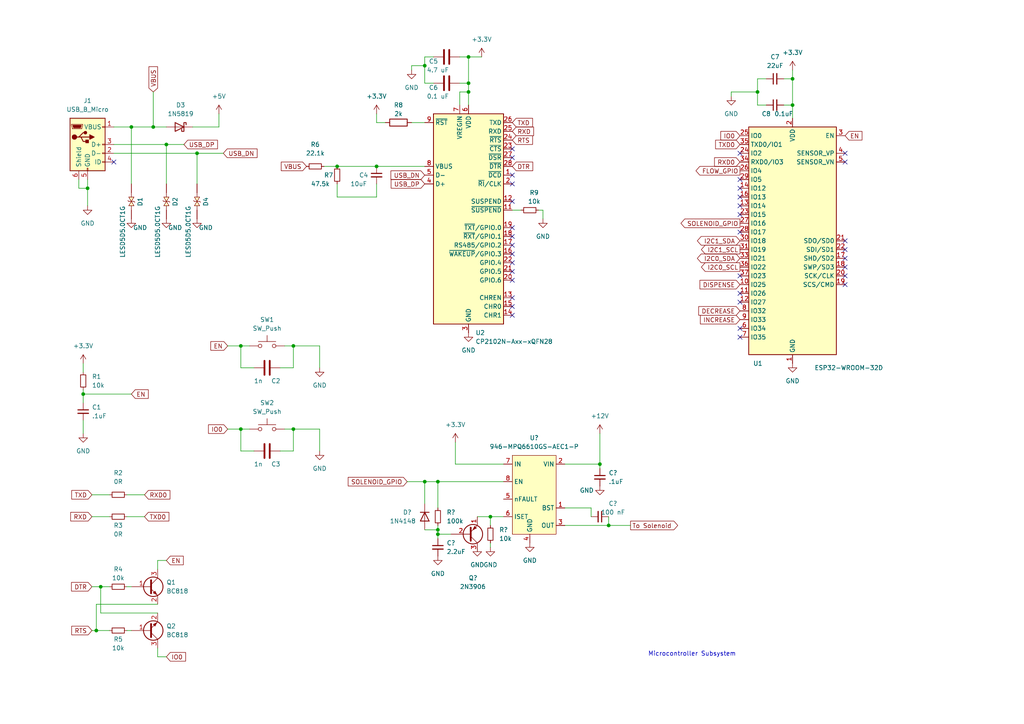
<source format=kicad_sch>
(kicad_sch (version 20211123) (generator eeschema)
  (paper "A4")
  (lib_symbols
    (symbol "Connector:USB_B_Micro" (pin_names (offset 1.016))
      (property "Reference" "J" (at -5.08 11.43 0))
      (property "Value" "USB_B_Micro" (at -5.08 8.89 0))
      (symbol "USB_B_Micro_0_1"
        (rectangle (start -5.08 -7.62) (end 5.08 7.62) (stroke (width 0.254)) (fill (type background)))
        (circle (center -3.81 2.159) (radius 0.635) (stroke (width 0.254)) (fill (type outline)))
        (circle (center -0.635 3.429) (radius 0.381) (stroke (width 0.254)) (fill (type outline)))
        (rectangle (start -0.127 -7.62) (end 0.127 -6.858))
        (polyline (pts (xy -1.905 2.159) (xy 0.635 2.159)) (stroke (width 0.254)))
        (polyline (pts (xy -3.175 2.159) (xy -2.54 2.159) (xy -1.27 3.429) (xy -0.635 3.429)) (stroke (width 0.254)))
        (polyline (pts (xy -2.54 2.159) (xy -1.905 2.159) (xy -1.27 0.889) (xy 0 0.889)) (stroke (width 0.254)))
        (polyline (pts (xy 0.635 2.794) (xy 0.635 1.524) (xy 1.905 2.159) (xy 0.635 2.794)) (stroke (width 0.254)) (fill (type outline)))
        (polyline (pts (xy -4.318 5.588) (xy -1.778 5.588) (xy -2.032 4.826) (xy -4.064 4.826) (xy -4.318 5.588)) (fill (type outline)))
        (polyline (pts (xy -4.699 5.842) (xy -4.699 5.588) (xy -4.445 4.826) (xy -4.445 4.572) (xy -1.651 4.572) (xy -1.651 4.826) (xy -1.397 5.588) (xy -1.397 5.842) (xy -4.699 5.842)))
        (rectangle (start 0.254 1.27) (end -0.508 0.508) (stroke (width 0.254)) (fill (type outline)))
        (rectangle (start 5.08 -5.207) (end 4.318 -4.953))
        (rectangle (start 5.08 -2.667) (end 4.318 -2.413))
        (rectangle (start 5.08 -0.127) (end 4.318 0.127))
        (rectangle (start 5.08 4.953) (end 4.318 5.207))
      )
      (symbol "USB_B_Micro_1_1"
        (pin power_out line (at 7.62 5.08 180) (length 2.54) (name "VBUS") (number "1"))
        (pin bidirectional line (at 7.62 -2.54 180) (length 2.54) (name "D-") (number "2"))
        (pin bidirectional line (at 7.62 0 180) (length 2.54) (name "D+") (number "3"))
        (pin passive line (at 7.62 -5.08 180) (length 2.54) (name "ID") (number "4"))
        (pin power_out line (at 0 -10.16 90) (length 2.54) (name "GND") (number "5"))
        (pin passive line (at -2.54 -10.16 90) (length 2.54) (name "Shield") (number "6"))
      )
    )
    (symbol "Device:C" (pin_numbers hide) (pin_names (offset 0.254))
      (property "Reference" "C" (at 0.635 2.54 0))
      (property "Value" "C" (at 0.635 -2.54 0))
      (symbol "C_0_1"
        (polyline (pts (xy -2.032 -0.762) (xy 2.032 -0.762)) (stroke (width 0.508)))
        (polyline (pts (xy -2.032 0.762) (xy 2.032 0.762)) (stroke (width 0.508)))
      )
      (symbol "C_1_1"
        (pin passive line (at 0 3.81 270) (length 2.794) (name "~") (number "1"))
        (pin passive line (at 0 -3.81 90) (length 2.794) (name "~") (number "2"))
      )
    )
    (symbol "Device:C_Small" (pin_numbers hide) (pin_names (offset 0.254) hide)
      (property "Reference" "C" (at 0.254 1.778 0))
      (property "Value" "C_Small" (at 0.254 -2.032 0))
      (symbol "C_Small_0_1"
        (polyline (pts (xy -1.524 -0.508) (xy 1.524 -0.508)) (stroke (width 0.3302)))
        (polyline (pts (xy -1.524 0.508) (xy 1.524 0.508)) (stroke (width 0.3048)))
      )
      (symbol "C_Small_1_1"
        (pin passive line (at 0 2.54 270) (length 2.032) (name "~") (number "1"))
        (pin passive line (at 0 -2.54 90) (length 2.032) (name "~") (number "2"))
      )
    )
    (symbol "Device:R" (pin_numbers hide) (pin_names (offset 0))
      (property "Reference" "R" (at 2.032 0 90))
      (property "Value" "R" (at 0 0 90))
      (symbol "R_0_1"
        (rectangle (start -1.016 -2.54) (end 1.016 2.54) (stroke (width 0.254)))
      )
      (symbol "R_1_1"
        (pin passive line (at 0 3.81 270) (length 1.27) (name "~") (number "1"))
        (pin passive line (at 0 -3.81 90) (length 1.27) (name "~") (number "2"))
      )
    )
    (symbol "Device:R_Small" (pin_numbers hide) (pin_names (offset 0.254) hide)
      (property "Reference" "R" (at 0.762 0.508 0))
      (property "Value" "R_Small" (at 0.762 -1.016 0))
      (symbol "R_Small_0_1"
        (rectangle (start -0.762 1.778) (end 0.762 -1.778) (stroke (width 0.2032)))
      )
      (symbol "R_Small_1_1"
        (pin passive line (at 0 2.54 270) (length 0.762) (name "~") (number "1"))
        (pin passive line (at 0 -2.54 90) (length 0.762) (name "~") (number "2"))
      )
    )
    (symbol "Diode:1N4148" (pin_numbers hide) (pin_names (offset 1.016) hide)
      (property "Reference" "D" (at 0 2.54 0))
      (property "Value" "1N4148" (at 0 -2.54 0))
      (symbol "1N4148_0_1"
        (polyline (pts (xy -1.27 1.27) (xy -1.27 -1.27)) (stroke (width 0.254)))
        (polyline (pts (xy 1.27 0) (xy -1.27 0)))
        (polyline (pts (xy 1.27 1.27) (xy 1.27 -1.27) (xy -1.27 0) (xy 1.27 1.27)) (stroke (width 0.254)))
      )
      (symbol "1N4148_1_1"
        (pin passive line (at -3.81 0 0) (length 2.54) (name "K") (number "1"))
        (pin passive line (at 3.81 0 180) (length 2.54) (name "A") (number "2"))
      )
    )
    (symbol "Diode:1N5819" (pin_numbers hide) (pin_names (offset 1.016) hide)
      (property "Reference" "D" (at 0 2.54 0))
      (property "Value" "1N5819" (at 0 -2.54 0))
      (symbol "1N5819_0_1"
        (polyline (pts (xy 1.27 0) (xy -1.27 0)))
        (polyline (pts (xy 1.27 1.27) (xy 1.27 -1.27) (xy -1.27 0) (xy 1.27 1.27)) (stroke (width 0.254)))
        (polyline (pts (xy -1.905 0.635) (xy -1.905 1.27) (xy -1.27 1.27) (xy -1.27 -1.27) (xy -0.635 -1.27) (xy -0.635 -0.635)) (stroke (width 0.254)))
      )
      (symbol "1N5819_1_1"
        (pin passive line (at -3.81 0 0) (length 2.54) (name "K") (number "1"))
        (pin passive line (at 3.81 0 180) (length 2.54) (name "A") (number "2"))
      )
    )
    (symbol "Interface_USB:CP2102N-Axx-xQFN28"
      (property "Reference" "U" (at -8.89 31.75 0))
      (property "Value" "CP2102N-Axx-xQFN28" (at 12.7 31.75 0))
      (symbol "CP2102N-Axx-xQFN28_0_1"
        (rectangle (start -10.16 30.48) (end 10.16 -30.48) (stroke (width 0.254)) (fill (type background)))
      )
      (symbol "CP2102N-Axx-xQFN28_1_1"
        (pin input line (at 12.7 12.7 180) (length 2.54) (name "~{DCD}") (number "1"))
        (pin no_connect line (at -10.16 -27.94 0) (length 2.54) hide (name "NC") (number "10"))
        (pin output line (at 12.7 2.54 180) (length 2.54) (name "~{SUSPEND}") (number "11"))
        (pin output line (at 12.7 5.08 180) (length 2.54) (name "SUSPEND") (number "12"))
        (pin output line (at 12.7 -22.86 180) (length 2.54) (name "CHREN") (number "13"))
        (pin output line (at 12.7 -27.94 180) (length 2.54) (name "CHR1") (number "14"))
        (pin output line (at 12.7 -25.4 180) (length 2.54) (name "CHR0") (number "15"))
        (pin bidirectional line (at 12.7 -10.16 180) (length 2.54) (name "~{WAKEUP}/GPIO.3") (number "16"))
        (pin bidirectional line (at 12.7 -7.62 180) (length 2.54) (name "RS485/GPIO.2") (number "17"))
        (pin bidirectional line (at 12.7 -5.08 180) (length 2.54) (name "~{RXT}/GPIO.1") (number "18"))
        (pin bidirectional line (at 12.7 -2.54 180) (length 2.54) (name "~{TXT}/GPIO.0") (number "19"))
        (pin bidirectional line (at 12.7 10.16 180) (length 2.54) (name "~{RI}/CLK") (number "2"))
        (pin bidirectional line (at 12.7 -17.78 180) (length 2.54) (name "GPIO.6") (number "20"))
        (pin bidirectional line (at 12.7 -15.24 180) (length 2.54) (name "GPIO.5") (number "21"))
        (pin bidirectional line (at 12.7 -12.7 180) (length 2.54) (name "GPIO.4") (number "22"))
        (pin input line (at 12.7 20.32 180) (length 2.54) (name "~{CTS}") (number "23"))
        (pin output line (at 12.7 22.86 180) (length 2.54) (name "~{RTS}") (number "24"))
        (pin input line (at 12.7 25.4 180) (length 2.54) (name "RXD") (number "25"))
        (pin output line (at 12.7 27.94 180) (length 2.54) (name "TXD") (number "26"))
        (pin input line (at 12.7 17.78 180) (length 2.54) (name "~{DSR}") (number "27"))
        (pin output line (at 12.7 15.24 180) (length 2.54) (name "~{DTR}") (number "28"))
        (pin passive line (at 0 -33.02 90) (length 2.54) hide (name "GND") (number "29"))
        (pin power_in line (at 0 -33.02 90) (length 2.54) (name "GND") (number "3"))
        (pin bidirectional line (at -12.7 10.16 0) (length 2.54) (name "D+") (number "4"))
        (pin bidirectional line (at -12.7 12.7 0) (length 2.54) (name "D-") (number "5"))
        (pin power_in line (at 0 33.02 270) (length 2.54) (name "VDD") (number "6"))
        (pin power_in line (at -2.54 33.02 270) (length 2.54) (name "VREGIN") (number "7"))
        (pin input line (at -12.7 15.24 0) (length 2.54) (name "VBUS") (number "8"))
        (pin input line (at -12.7 27.94 0) (length 2.54) (name "~{RST}") (number "9"))
      )
    )
    (symbol "LESD5D5.0CT1G:LESD5D5.0CT1G" (pin_numbers hide) (pin_names (offset 1.016) hide)
      (property "Reference" "D" (at -5.08 2.54 0))
      (property "Value" "LESD5D5.0CT1G" (at -5.08 -5.08 0))
      (symbol "LESD5D5.0CT1G_0_0"
        (polyline (pts (xy -1.27 0) (xy -2.54 0)) (stroke (width 0.1524)))
        (polyline (pts (xy 0 -0.762) (xy -0.254 -1.016)) (stroke (width 0.1524)))
        (polyline (pts (xy 0 -0.762) (xy 0 0.762)) (stroke (width 0.1524)))
        (polyline (pts (xy 0 0.762) (xy 0.254 1.016)) (stroke (width 0.1524)))
        (polyline (pts (xy 1.27 0) (xy 2.54 0)) (stroke (width 0.1524)))
        (polyline (pts (xy 0 0) (xy -1.27 -0.762) (xy -1.27 0.762) (xy 0 0)) (stroke (width 0.1524)) (fill (type background)))
        (polyline (pts (xy 0 0) (xy 1.27 0.762) (xy 1.27 -0.762) (xy 0 0)) (stroke (width 0.1524)) (fill (type background)))
        (pin passive line (at -5.08 0 0) (length 2.54) (name "~") (number "1"))
        (pin passive line (at 5.08 0 180) (length 2.54) (name "~") (number "2"))
      )
    )
    (symbol "Motor:946-MPQ6610GS-AEC1-P"
      (property "Reference" "U" (at -2.54 17.78 0))
      (property "Value" "946-MPQ6610GS-AEC1-P" (at 0 15.24 0))
      (symbol "946-MPQ6610GS-AEC1-P_0_1"
        (rectangle (start -7.62 12.7) (end 5.08 -10.16) (fill (type background)))
      )
      (symbol "946-MPQ6610GS-AEC1-P_1_1"
        (pin output line (at 7.62 -2.54 180) (length 2.54) (name "BST") (number "1"))
        (pin output line (at 7.62 10.16 180) (length 2.54) (name "VIN") (number "2"))
        (pin output line (at 7.62 -7.62 180) (length 2.54) (name "OUT") (number "3"))
        (pin input line (at -2.54 -12.7 90) (length 2.54) (name "GND") (number "4"))
        (pin open_collector line (at -10.16 0 0) (length 2.54) (name "nFAULT") (number "5"))
        (pin output line (at -10.16 -5.08 0) (length 2.54) (name "ISET") (number "6"))
        (pin input line (at -10.16 10.16 0) (length 2.54) (name "IN") (number "7"))
        (pin input line (at -10.16 5.08 0) (length 2.54) (name "EN") (number "8"))
      )
    )
    (symbol "RF_Module:ESP32-WROOM-32D"
      (property "Reference" "U" (at -12.7 34.29 0))
      (property "Value" "ESP32-WROOM-32D" (at 1.27 34.29 0))
      (symbol "ESP32-WROOM-32D_0_1"
        (rectangle (start -12.7 33.02) (end 12.7 -33.02) (stroke (width 0.254)) (fill (type background)))
      )
      (symbol "ESP32-WROOM-32D_1_1"
        (pin power_in line (at 0 -35.56 90) (length 2.54) (name "GND") (number "1"))
        (pin bidirectional line (at 15.24 -12.7 180) (length 2.54) (name "IO25") (number "10"))
        (pin bidirectional line (at 15.24 -15.24 180) (length 2.54) (name "IO26") (number "11"))
        (pin bidirectional line (at 15.24 -17.78 180) (length 2.54) (name "IO27") (number "12"))
        (pin bidirectional line (at 15.24 10.16 180) (length 2.54) (name "IO14") (number "13"))
        (pin bidirectional line (at 15.24 15.24 180) (length 2.54) (name "IO12") (number "14"))
        (pin passive line (at 0 -35.56 90) (length 2.54) hide (name "GND") (number "15"))
        (pin bidirectional line (at 15.24 12.7 180) (length 2.54) (name "IO13") (number "16"))
        (pin bidirectional line (at -15.24 -5.08 0) (length 2.54) (name "SHD/SD2") (number "17"))
        (pin bidirectional line (at -15.24 -7.62 0) (length 2.54) (name "SWP/SD3") (number "18"))
        (pin bidirectional line (at -15.24 -12.7 0) (length 2.54) (name "SCS/CMD") (number "19"))
        (pin power_in line (at 0 35.56 270) (length 2.54) (name "VDD") (number "2"))
        (pin bidirectional line (at -15.24 -10.16 0) (length 2.54) (name "SCK/CLK") (number "20"))
        (pin bidirectional line (at -15.24 0 0) (length 2.54) (name "SDO/SD0") (number "21"))
        (pin bidirectional line (at -15.24 -2.54 0) (length 2.54) (name "SDI/SD1") (number "22"))
        (pin bidirectional line (at 15.24 7.62 180) (length 2.54) (name "IO15") (number "23"))
        (pin bidirectional line (at 15.24 25.4 180) (length 2.54) (name "IO2") (number "24"))
        (pin bidirectional line (at 15.24 30.48 180) (length 2.54) (name "IO0") (number "25"))
        (pin bidirectional line (at 15.24 20.32 180) (length 2.54) (name "IO4") (number "26"))
        (pin bidirectional line (at 15.24 5.08 180) (length 2.54) (name "IO16") (number "27"))
        (pin bidirectional line (at 15.24 2.54 180) (length 2.54) (name "IO17") (number "28"))
        (pin bidirectional line (at 15.24 17.78 180) (length 2.54) (name "IO5") (number "29"))
        (pin input line (at -15.24 30.48 0) (length 2.54) (name "EN") (number "3"))
        (pin bidirectional line (at 15.24 0 180) (length 2.54) (name "IO18") (number "30"))
        (pin bidirectional line (at 15.24 -2.54 180) (length 2.54) (name "IO19") (number "31"))
        (pin no_connect line (at -12.7 -27.94 0) (length 2.54) hide (name "NC") (number "32"))
        (pin bidirectional line (at 15.24 -5.08 180) (length 2.54) (name "IO21") (number "33"))
        (pin bidirectional line (at 15.24 22.86 180) (length 2.54) (name "RXD0/IO3") (number "34"))
        (pin bidirectional line (at 15.24 27.94 180) (length 2.54) (name "TXD0/IO1") (number "35"))
        (pin bidirectional line (at 15.24 -7.62 180) (length 2.54) (name "IO22") (number "36"))
        (pin bidirectional line (at 15.24 -10.16 180) (length 2.54) (name "IO23") (number "37"))
        (pin passive line (at 0 -35.56 90) (length 2.54) hide (name "GND") (number "38"))
        (pin passive line (at 0 -35.56 90) (length 2.54) hide (name "GND") (number "39"))
        (pin input line (at -15.24 25.4 0) (length 2.54) (name "SENSOR_VP") (number "4"))
        (pin input line (at -15.24 22.86 0) (length 2.54) (name "SENSOR_VN") (number "5"))
        (pin input line (at 15.24 -25.4 180) (length 2.54) (name "IO34") (number "6"))
        (pin input line (at 15.24 -27.94 180) (length 2.54) (name "IO35") (number "7"))
        (pin bidirectional line (at 15.24 -20.32 180) (length 2.54) (name "IO32") (number "8"))
        (pin bidirectional line (at 15.24 -22.86 180) (length 2.54) (name "IO33") (number "9"))
      )
    )
    (symbol "Switch:SW_Push" (pin_numbers hide) (pin_names (offset 1.016) hide)
      (property "Reference" "SW" (at 1.27 2.54 0))
      (property "Value" "SW_Push" (at 0 -1.524 0))
      (symbol "SW_Push_0_1"
        (circle (center -2.032 0) (radius 0.508))
        (polyline (pts (xy 0 1.27) (xy 0 3.048)))
        (polyline (pts (xy 2.54 1.27) (xy -2.54 1.27)))
        (circle (center 2.032 0) (radius 0.508))
        (pin passive line (at -5.08 0 0) (length 2.54) (name "1") (number "1"))
        (pin passive line (at 5.08 0 180) (length 2.54) (name "2") (number "2"))
      )
    )
    (symbol "Transistor_BJT:2N3906" (pin_names (offset 0) hide)
      (property "Reference" "Q" (at 5.08 1.905 0))
      (property "Value" "2N3906" (at 5.08 0 0))
      (symbol "2N3906_0_1"
        (polyline (pts (xy 0.635 0.635) (xy 2.54 2.54)))
        (polyline (pts (xy 0.635 -0.635) (xy 2.54 -2.54) (xy 2.54 -2.54)))
        (polyline (pts (xy 0.635 1.905) (xy 0.635 -1.905) (xy 0.635 -1.905)) (stroke (width 0.508)))
        (polyline (pts (xy 2.286 -1.778) (xy 1.778 -2.286) (xy 1.27 -1.27) (xy 2.286 -1.778) (xy 2.286 -1.778)) (fill (type outline)))
        (circle (center 1.27 0) (radius 2.8194) (stroke (width 0.254)))
      )
      (symbol "2N3906_1_1"
        (pin passive line (at 2.54 -5.08 90) (length 2.54) (name "E") (number "1"))
        (pin input line (at -5.08 0 0) (length 5.715) (name "B") (number "2"))
        (pin passive line (at 2.54 5.08 270) (length 2.54) (name "C") (number "3"))
      )
    )
    (symbol "Transistor_BJT:BC818" (pin_names (offset 0) hide)
      (property "Reference" "Q" (at 5.08 1.905 0))
      (property "Value" "BC818" (at 5.08 0 0))
      (symbol "BC818_0_1"
        (polyline (pts (xy 0.635 0.635) (xy 2.54 2.54)))
        (polyline (pts (xy 0.635 -0.635) (xy 2.54 -2.54) (xy 2.54 -2.54)))
        (polyline (pts (xy 0.635 1.905) (xy 0.635 -1.905) (xy 0.635 -1.905)) (stroke (width 0.508)))
        (polyline (pts (xy 1.27 -1.778) (xy 1.778 -1.27) (xy 2.286 -2.286) (xy 1.27 -1.778) (xy 1.27 -1.778)) (fill (type outline)))
        (circle (center 1.27 0) (radius 2.8194) (stroke (width 0.254)))
      )
      (symbol "BC818_1_1"
        (pin input line (at -5.08 0 0) (length 5.715) (name "B") (number "1"))
        (pin passive line (at 2.54 -5.08 90) (length 2.54) (name "E") (number "2"))
        (pin passive line (at 2.54 5.08 270) (length 2.54) (name "C") (number "3"))
      )
    )
    (symbol "power:+12V" (power) (pin_names (offset 0))
      (property "Value" "+12V" (at 0 3.556 0))
      (symbol "+12V_0_1"
        (polyline (pts (xy -0.762 1.27) (xy 0 2.54)))
        (polyline (pts (xy 0 0) (xy 0 2.54)))
        (polyline (pts (xy 0 2.54) (xy 0.762 1.27)))
      )
      (symbol "+12V_1_1"
        (pin power_in line (at 0 0 90) (length 0) hide (name "+12V") (number "1"))
      )
    )
    (symbol "power:+3.3V" (power) (pin_names (offset 0))
      (property "Value" "+3.3V" (at 0 3.556 0))
      (symbol "+3.3V_0_1"
        (polyline (pts (xy -0.762 1.27) (xy 0 2.54)))
        (polyline (pts (xy 0 0) (xy 0 2.54)))
        (polyline (pts (xy 0 2.54) (xy 0.762 1.27)))
      )
      (symbol "+3.3V_1_1"
        (pin power_in line (at 0 0 90) (length 0) hide (name "+3.3V") (number "1"))
      )
    )
    (symbol "power:+5V" (power) (pin_names (offset 0))
      (property "Value" "+5V" (at 0 3.556 0))
      (symbol "+5V_0_1"
        (polyline (pts (xy -0.762 1.27) (xy 0 2.54)))
        (polyline (pts (xy 0 0) (xy 0 2.54)))
        (polyline (pts (xy 0 2.54) (xy 0.762 1.27)))
      )
      (symbol "+5V_1_1"
        (pin power_in line (at 0 0 90) (length 0) hide (name "+5V") (number "1"))
      )
    )
    (symbol "power:GND" (power) (pin_names (offset 0))
      (property "Value" "GND" (at 0 -3.81 0))
      (symbol "GND_0_1"
        (polyline (pts (xy 0 0) (xy 0 -1.27) (xy 1.27 -1.27) (xy 0 -2.54) (xy -1.27 -1.27) (xy 0 -1.27)))
      )
      (symbol "GND_1_1"
        (pin power_in line (at 0 0 270) (length 0) hide (name "GND") (number "1"))
      )
    )
  )
  (junction (at 135.89 26.67))
  (junction (at 229.87 22.86))
  (junction (at 229.87 30.48))
  (junction (at 97.79 48.26))
  (junction (at 69.85 124.46))
  (junction (at 123.19 139.7))
  (junction (at 38.1 36.83))
  (junction (at 44.45 36.83))
  (junction (at 69.85 100.33))
  (junction (at 85.09 100.33))
  (junction (at 123.19 19.05))
  (junction (at 127 139.7))
  (junction (at 173.99 134.62))
  (junction (at 85.09 124.46))
  (junction (at 127 154.94))
  (junction (at 27.94 182.88))
  (junction (at 29.21 170.18))
  (junction (at 176.53 152.4))
  (junction (at 127 153.67))
  (junction (at 135.89 24.13))
  (junction (at 57.15 44.45))
  (junction (at 219.71 26.67))
  (junction (at 48.26 41.91))
  (junction (at 24.13 114.3))
  (junction (at 142.24 149.86))
  (junction (at 135.89 16.51))
  (junction (at 109.22 48.26))
  (junction (at 25.4 54.61))
  (no_connect (at 245.11 69.85))
  (no_connect (at 245.11 72.39))
  (no_connect (at 245.11 77.47))
  (no_connect (at 245.11 82.55))
  (no_connect (at 245.11 80.01))
  (no_connect (at 245.11 74.93))
  (no_connect (at 214.63 97.79))
  (no_connect (at 33.02 46.99))
  (no_connect (at 148.59 43.18))
  (no_connect (at 148.59 45.72))
  (no_connect (at 214.63 95.25))
  (no_connect (at 148.59 53.34))
  (no_connect (at 148.59 50.8))
  (no_connect (at 214.63 44.45))
  (no_connect (at 214.63 52.07))
  (no_connect (at 214.63 57.15))
  (no_connect (at 214.63 54.61))
  (no_connect (at 214.63 87.63))
  (no_connect (at 214.63 85.09))
  (no_connect (at 214.63 80.01))
  (no_connect (at 214.63 59.69))
  (no_connect (at 214.63 62.23))
  (no_connect (at 214.63 67.31))
  (no_connect (at 245.11 46.99))
  (no_connect (at 245.11 44.45))
  (no_connect (at 148.59 81.28))
  (no_connect (at 148.59 78.74))
  (no_connect (at 148.59 76.2))
  (no_connect (at 148.59 86.36))
  (no_connect (at 148.59 91.44))
  (no_connect (at 148.59 88.9))
  (no_connect (at 148.59 73.66))
  (no_connect (at 148.59 71.12))
  (no_connect (at 148.59 68.58))
  (no_connect (at 148.59 66.04))
  (no_connect (at 148.59 58.42))
  (wire (pts (xy 123.19 139.7) (xy 123.19 146.05)))
  (wire (pts (xy 127 154.94) (xy 127 156.21)))
  (wire (pts (xy 63.5 33.02) (xy 63.5 36.83)))
  (wire (pts (xy 127 154.94) (xy 130.81 154.94)))
  (wire (pts (xy 173.99 125.73) (xy 173.99 134.62)))
  (wire (pts (xy 24.13 121.92) (xy 24.13 125.73)))
  (wire (pts (xy 171.45 147.32) (xy 171.45 149.86)))
  (wire (pts (xy 92.71 124.46) (xy 92.71 130.81)))
  (wire (pts (xy 36.83 182.88) (xy 38.1 182.88)))
  (wire (pts (xy 36.83 170.18) (xy 38.1 170.18)))
  (wire (pts (xy 24.13 114.3) (xy 24.13 116.84)))
  (wire (pts (xy 24.13 113.03) (xy 24.13 114.3)))
  (wire (pts (xy 33.02 36.83) (xy 38.1 36.83)))
  (wire (pts (xy 26.67 143.51) (xy 31.75 143.51)))
  (wire (pts (xy 123.19 19.05) (xy 119.38 19.05)))
  (wire (pts (xy 33.02 44.45) (xy 57.15 44.45)))
  (wire (pts (xy 163.83 134.62) (xy 173.99 134.62)))
  (wire (pts (xy 97.79 57.15) (xy 109.22 57.15)))
  (wire (pts (xy 123.19 153.67) (xy 127 153.67)))
  (wire (pts (xy 133.35 30.48) (xy 133.35 26.67)))
  (wire (pts (xy 45.72 190.5) (xy 48.26 190.5)))
  (wire (pts (xy 22.86 54.61) (xy 22.86 52.07)))
  (wire (pts (xy 127 139.7) (xy 146.05 139.7)))
  (wire (pts (xy 25.4 52.07) (xy 25.4 54.61)))
  (wire (pts (xy 127 139.7) (xy 127 147.32)))
  (wire (pts (xy 123.19 16.51) (xy 123.19 19.05)))
  (wire (pts (xy 45.72 162.56) (xy 48.26 162.56)))
  (wire (pts (xy 123.19 19.05) (xy 123.19 24.13)))
  (wire (pts (xy 227.33 30.48) (xy 229.87 30.48)))
  (wire (pts (xy 85.09 100.33) (xy 92.71 100.33)))
  (wire (pts (xy 146.05 134.62) (xy 132.08 134.62)))
  (wire (pts (xy 109.22 48.26) (xy 123.19 48.26)))
  (wire (pts (xy 36.83 143.51) (xy 41.91 143.51)))
  (wire (pts (xy 29.21 177.8) (xy 45.72 177.8)))
  (wire (pts (xy 133.35 24.13) (xy 135.89 24.13)))
  (wire (pts (xy 212.09 26.67) (xy 212.09 27.94)))
  (wire (pts (xy 66.04 100.33) (xy 69.85 100.33)))
  (wire (pts (xy 219.71 30.48) (xy 222.25 30.48)))
  (wire (pts (xy 142.24 149.86) (xy 146.05 149.86)))
  (wire (pts (xy 69.85 100.33) (xy 72.39 100.33)))
  (wire (pts (xy 69.85 100.33) (xy 69.85 106.68)))
  (wire (pts (xy 118.11 139.7) (xy 123.19 139.7)))
  (wire (pts (xy 127 153.67) (xy 127 154.94)))
  (wire (pts (xy 109.22 33.02) (xy 109.22 35.56)))
  (wire (pts (xy 66.04 124.46) (xy 69.85 124.46)))
  (wire (pts (xy 111.76 35.56) (xy 109.22 35.56)))
  (wire (pts (xy 27.94 182.88) (xy 31.75 182.88)))
  (wire (pts (xy 85.09 124.46) (xy 85.09 130.81)))
  (wire (pts (xy 81.28 130.81) (xy 85.09 130.81)))
  (wire (pts (xy 135.89 26.67) (xy 135.89 30.48)))
  (wire (pts (xy 26.67 149.86) (xy 31.75 149.86)))
  (wire (pts (xy 69.85 124.46) (xy 72.39 124.46)))
  (wire (pts (xy 219.71 22.86) (xy 219.71 26.67)))
  (wire (pts (xy 26.67 182.88) (xy 27.94 182.88)))
  (wire (pts (xy 133.35 26.67) (xy 135.89 26.67)))
  (wire (pts (xy 156.21 60.96) (xy 157.48 60.96)))
  (wire (pts (xy 33.02 41.91) (xy 48.26 41.91)))
  (wire (pts (xy 36.83 149.86) (xy 41.91 149.86)))
  (wire (pts (xy 229.87 34.29) (xy 229.87 30.48)))
  (wire (pts (xy 29.21 170.18) (xy 31.75 170.18)))
  (wire (pts (xy 44.45 36.83) (xy 48.26 36.83)))
  (wire (pts (xy 45.72 165.1) (xy 45.72 162.56)))
  (wire (pts (xy 229.87 20.32) (xy 229.87 22.86)))
  (wire (pts (xy 92.71 100.33) (xy 92.71 106.68)))
  (wire (pts (xy 142.24 157.48) (xy 142.24 158.75)))
  (wire (pts (xy 176.53 152.4) (xy 182.88 152.4)))
  (wire (pts (xy 82.55 124.46) (xy 85.09 124.46)))
  (wire (pts (xy 55.88 36.83) (xy 63.5 36.83)))
  (wire (pts (xy 219.71 26.67) (xy 212.09 26.67)))
  (wire (pts (xy 219.71 26.67) (xy 219.71 30.48)))
  (wire (pts (xy 73.66 106.68) (xy 69.85 106.68)))
  (wire (pts (xy 45.72 175.26) (xy 27.94 175.26)))
  (wire (pts (xy 73.66 130.81) (xy 69.85 130.81)))
  (wire (pts (xy 138.43 149.86) (xy 142.24 149.86)))
  (wire (pts (xy 97.79 53.34) (xy 97.79 57.15)))
  (wire (pts (xy 135.89 26.67) (xy 135.89 24.13)))
  (wire (pts (xy 222.25 22.86) (xy 219.71 22.86)))
  (wire (pts (xy 45.72 187.96) (xy 45.72 190.5)))
  (wire (pts (xy 138.43 160.02) (xy 138.43 158.75)))
  (wire (pts (xy 57.15 44.45) (xy 57.15 53.34)))
  (wire (pts (xy 123.19 139.7) (xy 127 139.7)))
  (wire (pts (xy 119.38 19.05) (xy 119.38 20.32)))
  (wire (pts (xy 163.83 147.32) (xy 171.45 147.32)))
  (wire (pts (xy 135.89 16.51) (xy 139.7 16.51)))
  (wire (pts (xy 132.08 128.27) (xy 132.08 134.62)))
  (wire (pts (xy 135.89 16.51) (xy 135.89 24.13)))
  (wire (pts (xy 29.21 170.18) (xy 29.21 177.8)))
  (wire (pts (xy 44.45 26.67) (xy 44.45 36.83)))
  (wire (pts (xy 85.09 124.46) (xy 92.71 124.46)))
  (wire (pts (xy 109.22 53.34) (xy 109.22 57.15)))
  (wire (pts (xy 148.59 60.96) (xy 151.13 60.96)))
  (wire (pts (xy 38.1 36.83) (xy 38.1 53.34)))
  (wire (pts (xy 48.26 41.91) (xy 53.34 41.91)))
  (wire (pts (xy 123.19 24.13) (xy 125.73 24.13)))
  (wire (pts (xy 85.09 100.33) (xy 85.09 106.68)))
  (wire (pts (xy 82.55 100.33) (xy 85.09 100.33)))
  (wire (pts (xy 173.99 134.62) (xy 173.99 135.89)))
  (wire (pts (xy 27.94 175.26) (xy 27.94 182.88)))
  (wire (pts (xy 142.24 149.86) (xy 142.24 152.4)))
  (wire (pts (xy 25.4 54.61) (xy 22.86 54.61)))
  (wire (pts (xy 119.38 35.56) (xy 123.19 35.56)))
  (wire (pts (xy 38.1 36.83) (xy 44.45 36.83)))
  (wire (pts (xy 227.33 22.86) (xy 229.87 22.86)))
  (wire (pts (xy 229.87 30.48) (xy 229.87 22.86)))
  (wire (pts (xy 97.79 48.26) (xy 109.22 48.26)))
  (wire (pts (xy 48.26 41.91) (xy 48.26 53.34)))
  (wire (pts (xy 57.15 44.45) (xy 64.77 44.45)))
  (wire (pts (xy 25.4 54.61) (xy 25.4 59.69)))
  (wire (pts (xy 69.85 124.46) (xy 69.85 130.81)))
  (wire (pts (xy 26.67 170.18) (xy 29.21 170.18)))
  (wire (pts (xy 127 153.67) (xy 127 152.4)))
  (wire (pts (xy 24.13 114.3) (xy 38.1 114.3)))
  (wire (pts (xy 93.98 48.26) (xy 97.79 48.26)))
  (wire (pts (xy 163.83 152.4) (xy 176.53 152.4)))
  (wire (pts (xy 176.53 149.86) (xy 176.53 152.4)))
  (wire (pts (xy 133.35 16.51) (xy 135.89 16.51)))
  (wire (pts (xy 24.13 105.41) (xy 24.13 107.95)))
  (wire (pts (xy 157.48 60.96) (xy 157.48 63.5)))
  (wire (pts (xy 125.73 16.51) (xy 123.19 16.51)))
  (wire (pts (xy 81.28 106.68) (xy 85.09 106.68)))
  (text "Microcontroller Subsystem" (at 187.96 190.5 0) (effects (font (size 1.27 1.27)) (justify left bottom)))
  (global_label "EN" (shape input) (at 38.1 114.3 0) (property "Intersheet References" "${INTERSHEET_REFS}" (effects hide)))
  (global_label "FLOW_GPIO" (shape output) (at 214.63 49.53 180) (property "Intersheet References" "${INTERSHEET_REFS}" (effects hide)))
  (global_label "TXD" (shape input) (at 148.59 35.56 0) (property "Intersheet References" "${INTERSHEET_REFS}" (effects hide)))
  (global_label "IO0" (shape input) (at 48.26 190.5 0) (property "Intersheet References" "${INTERSHEET_REFS}" (effects hide)))
  (global_label "I2C1_SDA" (shape bidirectional) (at 214.63 69.85 180) (property "Intersheet References" "${INTERSHEET_REFS}" (effects hide)))
  (global_label "I2C0_SCL" (shape output) (at 214.63 77.47 180) (property "Intersheet References" "${INTERSHEET_REFS}" (effects hide)))
  (global_label "DISPENSE" (shape input) (at 214.63 82.55 180) (property "Intersheet References" "${INTERSHEET_REFS}" (effects hide)))
  (global_label "VBUS" (shape input) (at 44.45 26.67 90) (property "Intersheet References" "${INTERSHEET_REFS}" (effects hide)))
  (global_label "TXD0" (shape input) (at 214.63 41.91 180) (property "Intersheet References" "${INTERSHEET_REFS}" (effects hide)))
  (global_label "IO0" (shape input) (at 66.04 124.46 180) (property "Intersheet References" "${INTERSHEET_REFS}" (effects hide)))
  (global_label "EN" (shape input) (at 245.11 39.37 0) (property "Intersheet References" "${INTERSHEET_REFS}" (effects hide)))
  (global_label "RTS" (shape input) (at 148.59 40.64 0) (property "Intersheet References" "${INTERSHEET_REFS}" (effects hide)))
  (global_label "USB_DN" (shape input) (at 64.77 44.45 0) (property "Intersheet References" "${INTERSHEET_REFS}" (effects hide)))
  (global_label "IO0" (shape input) (at 214.63 39.37 180) (property "Intersheet References" "${INTERSHEET_REFS}" (effects hide)))
  (global_label "EN" (shape input) (at 66.04 100.33 180) (property "Intersheet References" "${INTERSHEET_REFS}" (effects hide)))
  (global_label "To Solenoid" (shape output) (at 182.88 152.4 0) (property "Intersheet References" "${INTERSHEET_REFS}" (effects hide)))
  (global_label "INCREASE" (shape input) (at 214.63 92.71 180) (property "Intersheet References" "${INTERSHEET_REFS}" (effects hide)))
  (global_label "USB_DP" (shape input) (at 123.19 53.34 180) (property "Intersheet References" "${INTERSHEET_REFS}" (effects hide)))
  (global_label "RXD0" (shape input) (at 214.63 46.99 180) (property "Intersheet References" "${INTERSHEET_REFS}" (effects hide)))
  (global_label "I2C0_SDA" (shape bidirectional) (at 214.63 74.93 180) (property "Intersheet References" "${INTERSHEET_REFS}" (effects hide)))
  (global_label "RXD0" (shape input) (at 41.91 143.51 0) (property "Intersheet References" "${INTERSHEET_REFS}" (effects hide)))
  (global_label "DTR" (shape input) (at 148.59 48.26 0) (property "Intersheet References" "${INTERSHEET_REFS}" (effects hide)))
  (global_label "USB_DP" (shape input) (at 53.34 41.91 0) (property "Intersheet References" "${INTERSHEET_REFS}" (effects hide)))
  (global_label "DTR" (shape input) (at 26.67 170.18 180) (property "Intersheet References" "${INTERSHEET_REFS}" (effects hide)))
  (global_label "EN" (shape input) (at 48.26 162.56 0) (property "Intersheet References" "${INTERSHEET_REFS}" (effects hide)))
  (global_label "TXD" (shape input) (at 26.67 143.51 180) (property "Intersheet References" "${INTERSHEET_REFS}" (effects hide)))
  (global_label "DECREASE" (shape input) (at 214.63 90.17 180) (property "Intersheet References" "${INTERSHEET_REFS}" (effects hide)))
  (global_label "VBUS" (shape input) (at 88.9 48.26 180) (property "Intersheet References" "${INTERSHEET_REFS}" (effects hide)))
  (global_label "RTS" (shape input) (at 26.67 182.88 180) (property "Intersheet References" "${INTERSHEET_REFS}" (effects hide)))
  (global_label "SOLENOID_GPIO" (shape input) (at 118.11 139.7 180) (property "Intersheet References" "${INTERSHEET_REFS}" (effects hide)))
  (global_label "I2C1_SCL" (shape output) (at 214.63 72.39 180) (property "Intersheet References" "${INTERSHEET_REFS}" (effects hide)))
  (global_label "RXD" (shape input) (at 26.67 149.86 180) (property "Intersheet References" "${INTERSHEET_REFS}" (effects hide)))
  (global_label "SOLENOID_GPIO" (shape output) (at 214.63 64.77 180) (property "Intersheet References" "${INTERSHEET_REFS}" (effects hide)))
  (global_label "RXD" (shape input) (at 148.59 38.1 0) (property "Intersheet References" "${INTERSHEET_REFS}" (effects hide)))
  (global_label "TXD0" (shape input) (at 41.91 149.86 0) (property "Intersheet References" "${INTERSHEET_REFS}" (effects hide)))
  (global_label "USB_DN" (shape input) (at 123.19 50.8 180) (property "Intersheet References" "${INTERSHEET_REFS}" (effects hide)))
  (symbol (lib_id "power:+3.3V") (at 139.7 16.51 0) (unit 1)
    (property "Reference" "#PWR?" (effects hide))
    (property "Value" "+3.3V" (at 139.7 11.43 0))
  )
  (symbol (lib_id "Device:R_Small") (at 34.29 182.88 90) (unit 1)
    (property "Reference" "R5" (at 34.29 185.42 90))
    (property "Value" "10k" (at 34.29 187.96 90))
    (property "Footprint" "Resistor_SMD:R_0603_1608Metric_Pad0.98x0.95mm_HandSolder" (effects hide))
  )
  (symbol (lib_id "power:GND") (at 142.24 158.75 0) (unit 1)
    (property "Reference" "#PWR?" (effects hide))
    (property "Value" "GND" (at 142.24 163.83 0))
  )
  (symbol (lib_id "Device:C_Small") (at 173.99 149.86 270) (unit 1)
    (property "Reference" "C?" (at 177.8 146.05 90))
    (property "Value" "100 nF" (at 177.8 148.59 90))
  )
  (symbol (lib_id "Device:C_Small") (at 127 158.75 0) (unit 1)
    (property "Reference" "C?" (at 129.54 157.4862 0) (effects (justify left)))
    (property "Value" "2.2uF" (at 129.54 160.0262 0) (effects (justify left)))
  )
  (symbol (lib_id "Motor:946-MPQ6610GS-AEC1-P") (at 156.21 144.78 0) (unit 1)
    (property "Reference" "U?" (at 154.94 127 0))
    (property "Value" "946-MPQ6610GS-AEC1-P" (at 154.94 129.54 0))
  )
  (symbol (lib_id "power:GND") (at 153.67 157.48 0) (unit 1)
    (property "Reference" "#PWR?" (effects hide))
    (property "Value" "GND" (at 153.67 162.56 0))
  )
  (symbol (lib_id "Device:C") (at 129.54 16.51 90) (unit 1)
    (property "Reference" "C5" (at 125.73 17.78 90))
    (property "Value" "4.7 uF" (at 127 20.32 90))
    (property "Footprint" "Capacitor_SMD:C_0603_1608Metric_Pad1.08x0.95mm_HandSolder" (effects hide))
  )
  (symbol (lib_id "Device:C") (at 77.47 130.81 90) (unit 1)
    (property "Reference" "C3" (at 80.01 134.62 90))
    (property "Value" "1n" (at 74.93 134.62 90))
    (property "Footprint" "Capacitor_SMD:C_0603_1608Metric_Pad1.08x0.95mm_HandSolder" (effects hide))
  )
  (symbol (lib_id "power:GND") (at 135.89 96.52 0) (unit 1)
    (property "Reference" "#PWR0110" (effects hide))
    (property "Value" "GND" (at 135.89 101.6 0))
  )
  (symbol (lib_id "power:+3.3V") (at 132.08 128.27 0) (unit 1)
    (property "Reference" "#PWR?" (effects hide))
    (property "Value" "+3.3V" (at 132.08 123.19 0))
  )
  (symbol (lib_id "Diode:1N4148") (at 123.19 149.86 270) (unit 1)
    (property "Reference" "D?" (at 116.84 148.59 90) (effects (justify left)))
    (property "Value" "1N4148" (at 113.03 151.13 90) (effects (justify left)))
    (property "Footprint" "Diode_THT:D_DO-35_SOD27_P7.62mm_Horizontal" (effects hide))
    (property "Datasheet" "https://assets.nexperia.com/documents/data-sheet/1N4148_1N4448.pdf" (effects hide))
  )
  (symbol (lib_id "Device:R_Small") (at 24.13 110.49 0) (unit 1)
    (property "Reference" "R1" (at 26.67 109.2199 0) (effects (justify left)))
    (property "Value" "10k" (at 26.67 111.7599 0) (effects (justify left)))
    (property "Footprint" "Resistor_SMD:R_0603_1608Metric_Pad0.98x0.95mm_HandSolder" (effects hide))
  )
  (symbol (lib_id "Device:R_Small") (at 34.29 170.18 90) (unit 1)
    (property "Reference" "R4" (at 34.29 165.1 90))
    (property "Value" "10k" (at 34.29 167.64 90))
    (property "Footprint" "Resistor_SMD:R_0603_1608Metric_Pad0.98x0.95mm_HandSolder" (effects hide))
  )
  (symbol (lib_id "power:GND") (at 173.99 140.97 0) (unit 1)
    (property "Reference" "#PWR?" (effects hide))
    (property "Value" "GND" (at 170.18 142.24 0))
  )
  (symbol (lib_id "Device:R_Small") (at 34.29 149.86 90) (unit 1)
    (property "Reference" "R3" (at 34.29 152.4 90))
    (property "Value" "0R" (at 34.29 154.94 90))
    (property "Footprint" "Resistor_SMD:R_0603_1608Metric_Pad0.98x0.95mm_HandSolder" (effects hide))
  )
  (symbol (lib_id "Device:R_Small") (at 142.24 154.94 0) (unit 1)
    (property "Reference" "R?" (at 144.78 153.6699 0) (effects (justify left)))
    (property "Value" "10k" (at 144.78 156.2099 0) (effects (justify left)))
  )
  (symbol (lib_id "Switch:SW_Push") (at 77.47 124.46 0) (unit 1)
    (property "Reference" "SW2" (at 77.47 116.84 0))
    (property "Value" "SW_Push" (at 77.47 119.38 0))
    (property "Footprint" "Button_Switch_SMD:SW_Push_1P1T_NO_6x6mm_H9.5mm" (effects hide))
  )
  (symbol (lib_id "power:GND") (at 92.71 130.81 0) (unit 1)
    (property "Reference" "#PWR0115" (effects hide))
    (property "Value" "GND" (at 92.71 135.89 0))
  )
  (symbol (lib_id "Transistor_BJT:BC818") (at 43.18 170.18 0) (unit 1)
    (property "Reference" "Q1" (at 48.26 168.9099 0) (effects (justify left)))
    (property "Value" "BC818" (at 48.26 171.4499 0) (effects (justify left)))
    (property "Footprint" "Package_TO_SOT_SMD:SOT-23_Handsoldering" (effects hide))
    (property "Datasheet" "https://www.onsemi.com/pub/Collateral/BC818-D.pdf" (effects hide))
  )
  (symbol (lib_id "Diode:1N5819") (at 52.07 36.83 0) (mirror y) (unit 1)
    (property "Reference" "D3" (at 52.3875 30.48 0))
    (property "Value" "1N5819" (at 52.3875 33.02 0))
    (property "Footprint" "Diode_SMD:D_1206_3216Metric_Pad1.42x1.75mm_HandSolder" (effects hide))
    (property "Datasheet" "http://www.vishay.com/docs/88525/1n5817.pdf" (effects hide))
  )
  (symbol (lib_id "Device:R_Small") (at 91.44 48.26 90) (unit 1)
    (property "Reference" "R6" (at 91.44 41.91 90))
    (property "Value" "22.1k" (at 91.44 44.45 90))
    (property "Footprint" "Resistor_SMD:R_0603_1608Metric_Pad0.98x0.95mm_HandSolder" (effects hide))
  )
  (symbol (lib_id "power:GND") (at 92.71 106.68 0) (unit 1)
    (property "Reference" "#PWR0114" (effects hide))
    (property "Value" "GND" (at 92.71 111.76 0))
  )
  (symbol (lib_id "power:GND") (at 38.1 63.5 0) (unit 1)
    (property "Reference" "#PWR0106" (effects hide))
    (property "Value" "GND" (at 40.64 66.04 0))
  )
  (symbol (lib_id "power:GND") (at 157.48 63.5 0) (unit 1)
    (property "Reference" "#PWR0113" (effects hide))
    (property "Value" "GND" (at 157.48 68.58 0))
  )
  (symbol (lib_id "power:+3.3V") (at 24.13 105.41 0) (unit 1)
    (property "Reference" "#PWR?" (effects hide))
    (property "Value" "+3.3V" (at 24.13 100.33 0))
  )
  (symbol (lib_id "power:GND") (at 57.15 63.5 0) (unit 1)
    (property "Reference" "#PWR0108" (effects hide))
    (property "Value" "GND" (at 59.69 66.04 0))
  )
  (symbol (lib_id "Device:R_Small") (at 153.67 60.96 90) (unit 1)
    (property "Reference" "R9" (at 154.94 55.88 90))
    (property "Value" "10k" (at 154.94 58.42 90))
    (property "Footprint" "Resistor_SMD:R_0603_1608Metric_Pad0.98x0.95mm_HandSolder" (effects hide))
  )
  (symbol (lib_id "RF_Module:ESP32-WROOM-32D") (at 229.87 69.85 0) (mirror y) (unit 1)
    (property "Reference" "U1" (at 218.44 105.41 0) (effects (justify right)))
    (property "Value" "ESP32-WROOM-32D" (at 236.22 106.68 0) (effects (justify right)))
    (property "Footprint" "PCB_WORK:PCB_WORK_32D" (effects hide))
    (property "Datasheet" "https://www.espressif.com/sites/default/files/documentation/esp32-wroom-32d_esp32-wroom-32u_datasheet_en.pdf" (effects hide))
  )
  (symbol (lib_id "Transistor_BJT:2N3906") (at 135.89 154.94 0) (mirror x) (unit 1)
    (property "Reference" "Q?" (at 135.89 167.64 0) (effects (justify left)))
    (property "Value" "2N3906" (at 133.35 170.18 0) (effects (justify left)))
    (property "Footprint" "Package_TO_SOT_THT:TO-92_Inline" (effects hide))
    (property "Datasheet" "https://www.onsemi.com/pub/Collateral/2N3906-D.PDF" (effects hide))
  )
  (symbol (lib_id "Transistor_BJT:BC818") (at 43.18 182.88 0) (mirror x) (unit 1)
    (property "Reference" "Q2" (at 48.26 181.6099 0) (effects (justify left)))
    (property "Value" "BC818" (at 48.26 184.1499 0) (effects (justify left)))
    (property "Footprint" "Package_TO_SOT_SMD:SOT-23_Handsoldering" (effects hide))
    (property "Datasheet" "https://www.onsemi.com/pub/Collateral/BC818-D.pdf" (effects hide))
  )
  (symbol (lib_id "Device:C") (at 129.54 24.13 90) (unit 1)
    (property "Reference" "C6" (at 125.73 25.4 90))
    (property "Value" "0.1 uF" (at 127 27.94 90))
    (property "Footprint" "Capacitor_SMD:C_0603_1608Metric_Pad1.08x0.95mm_HandSolder" (effects hide))
  )
  (symbol (lib_id "power:GND") (at 119.38 20.32 0) (unit 1)
    (property "Reference" "#PWR0112" (effects hide))
    (property "Value" "GND" (at 119.38 25.4 0))
  )
  (symbol (lib_id "Interface_USB:CP2102N-Axx-xQFN28") (at 135.89 63.5 0) (unit 1)
    (property "Reference" "U2" (at 137.9094 96.52 0) (effects (justify left)))
    (property "Value" "CP2102N-Axx-xQFN28" (at 137.9094 99.06 0) (effects (justify left)))
    (property "Footprint" "Package_DFN_QFN:QFN-28-1EP_5x5mm_P0.5mm_EP3.35x3.35mm" (effects hide))
    (property "Datasheet" "https://www.silabs.com/documents/public/data-sheets/cp2102n-datasheet.pdf" (effects hide))
  )
  (symbol (lib_id "Connector:USB_B_Micro") (at 25.4 41.91 0) (unit 1)
    (property "Reference" "J1" (at 25.4 29.21 0))
    (property "Value" "USB_B_Micro" (at 25.4 31.75 0))
    (property "Footprint" "Connector_USB:USB_Micro-B_GCT_USB3076-30-A" (effects hide))
  )
  (symbol (lib_id "power:+3.3V") (at 109.22 33.02 0) (unit 1)
    (property "Reference" "#PWR?" (effects hide))
    (property "Value" "+3.3V" (at 109.22 27.94 0))
  )
  (symbol (lib_id "Switch:SW_Push") (at 77.47 100.33 0) (unit 1)
    (property "Reference" "SW1" (at 77.47 92.71 0))
    (property "Value" "SW_Push" (at 77.47 95.25 0))
    (property "Footprint" "Button_Switch_SMD:SW_Push_1P1T_NO_6x6mm_H9.5mm" (effects hide))
  )
  (symbol (lib_id "Device:R") (at 115.57 35.56 90) (unit 1)
    (property "Reference" "R8" (at 115.57 30.48 90))
    (property "Value" "2k" (at 115.57 33.02 90))
    (property "Footprint" "Resistor_SMD:R_0603_1608Metric_Pad0.98x0.95mm_HandSolder" (effects hide))
  )
  (symbol (lib_id "power:GND") (at 138.43 158.75 0) (unit 1)
    (property "Reference" "#PWR?" (effects hide))
    (property "Value" "GND" (at 138.43 163.83 0))
  )
  (symbol (lib_id "LESD5D5.0CT1G:LESD5D5.0CT1G") (at 38.1 58.42 270) (unit 1)
    (property "Reference" "D1" (at 40.64 57.15 0) (effects (justify left)))
    (property "Value" "LESD5D5.0CT1G" (at 35.56 59.69 0) (effects (justify left)))
    (property "Footprint" "Diode_SMD:D_SOD-523" (effects hide))
    (property "MAXIMUM_PACKAGE_HEIGHT" "0.7 mm" (effects hide))
    (property "STANDARD" "Manufacturer Recommendations" (effects hide))
    (property "PARTREV" "O" (effects hide))
    (property "MANUFACTURER" "LRC" (effects hide))
  )
  (symbol (lib_id "power:+5V") (at 63.5 33.02 0) (unit 1)
    (property "Reference" "#PWR?" (effects hide))
    (property "Value" "+5V" (at 63.5 27.94 0))
  )
  (symbol (lib_id "LESD5D5.0CT1G:LESD5D5.0CT1G") (at 57.15 58.42 90) (unit 1)
    (property "Reference" "D4" (at 59.69 57.1499 0) (effects (justify right)))
    (property "Value" "LESD5D5.0CT1G" (at 54.61 59.69 0) (effects (justify right)))
    (property "Footprint" "Diode_SMD:D_SOD-523" (effects hide))
    (property "MAXIMUM_PACKAGE_HEIGHT" "0.7 mm" (effects hide))
    (property "STANDARD" "Manufacturer Recommendations" (effects hide))
    (property "PARTREV" "O" (effects hide))
    (property "MANUFACTURER" "LRC" (effects hide))
  )
  (symbol (lib_id "Device:R_Small") (at 34.29 143.51 90) (unit 1)
    (property "Reference" "R2" (at 34.29 137.16 90))
    (property "Value" "0R" (at 34.29 139.7 90))
    (property "Footprint" "Resistor_SMD:R_0603_1608Metric_Pad0.98x0.95mm_HandSolder" (effects hide))
  )
  (symbol (lib_id "power:GND") (at 25.4 59.69 0) (unit 1)
    (property "Reference" "#PWR0105" (effects hide))
    (property "Value" "GND" (at 25.4 64.77 0))
  )
  (symbol (lib_id "Device:C_Small") (at 24.13 119.38 0) (unit 1)
    (property "Reference" "C1" (at 26.67 118.1162 0) (effects (justify left)))
    (property "Value" ".1uF" (at 26.67 120.6562 0) (effects (justify left)))
    (property "Footprint" "Capacitor_SMD:C_0603_1608Metric_Pad1.08x0.95mm_HandSolder" (effects hide))
  )
  (symbol (lib_id "Device:R_Small") (at 97.79 50.8 0) (unit 1)
    (property "Reference" "R7" (at 93.98 50.8 0) (effects (justify left)))
    (property "Value" "47.5k" (at 90.17 53.34 0) (effects (justify left)))
    (property "Footprint" "Resistor_SMD:R_0603_1608Metric_Pad0.98x0.95mm_HandSolder" (effects hide))
  )
  (symbol (lib_id "Device:C_Small") (at 224.79 22.86 90) (unit 1)
    (property "Reference" "C7" (at 224.7963 16.51 90))
    (property "Value" "22uF" (at 224.7963 19.05 90))
    (property "Footprint" "Capacitor_SMD:C_0603_1608Metric_Pad1.08x0.95mm_HandSolder" (effects hide))
  )
  (symbol (lib_id "power:GND") (at 127 161.29 0) (unit 1)
    (property "Reference" "#PWR?" (effects hide))
    (property "Value" "GND" (at 127 166.37 0))
  )
  (symbol (lib_id "power:+12V") (at 173.99 125.73 0) (unit 1)
    (property "Reference" "#PWR?" (effects hide))
    (property "Value" "+12V" (at 173.99 120.65 0))
  )
  (symbol (lib_id "power:GND") (at 212.09 27.94 0) (unit 1)
    (property "Reference" "#PWR0103" (effects hide))
    (property "Value" "GND" (at 212.09 33.02 0))
  )
  (symbol (lib_id "power:GND") (at 229.87 105.41 0) (unit 1)
    (property "Reference" "#PWR0101" (effects hide))
    (property "Value" "GND" (at 229.87 110.49 0))
  )
  (symbol (lib_id "LESD5D5.0CT1G:LESD5D5.0CT1G") (at 48.26 58.42 90) (unit 1)
    (property "Reference" "D2" (at 50.8 57.1499 0) (effects (justify right)))
    (property "Value" "LESD5D5.0CT1G" (at 45.72 59.69 0) (effects (justify right)))
    (property "Footprint" "Diode_SMD:D_SOD-523" (effects hide))
    (property "MAXIMUM_PACKAGE_HEIGHT" "0.7 mm" (effects hide))
    (property "STANDARD" "Manufacturer Recommendations" (effects hide))
    (property "PARTREV" "O" (effects hide))
    (property "MANUFACTURER" "LRC" (effects hide))
  )
  (symbol (lib_id "power:+3.3V") (at 229.87 20.32 0) (unit 1)
    (property "Reference" "#PWR?" (effects hide))
    (property "Value" "+3.3V" (at 229.87 15.24 0))
  )
  (symbol (lib_id "Device:C_Small") (at 109.22 50.8 0) (unit 1)
    (property "Reference" "C4" (at 104.14 50.8 0) (effects (justify left)))
    (property "Value" "10uF" (at 101.6 53.34 0) (effects (justify left)))
    (property "Footprint" "Capacitor_SMD:C_0603_1608Metric_Pad1.08x0.95mm_HandSolder" (effects hide))
  )
  (symbol (lib_id "Device:R_Small") (at 127 149.86 0) (unit 1)
    (property "Reference" "R?" (at 129.54 148.5899 0) (effects (justify left)))
    (property "Value" "100k" (at 129.54 151.1299 0) (effects (justify left)))
  )
  (symbol (lib_id "Device:C_Small") (at 224.79 30.48 90) (unit 1)
    (property "Reference" "C8" (at 222.25 33.02 90))
    (property "Value" "0.1uF" (at 227.33 33.02 90))
    (property "Footprint" "Capacitor_SMD:C_0603_1608Metric_Pad1.08x0.95mm_HandSolder" (effects hide))
  )
  (symbol (lib_id "Device:C_Small") (at 173.99 138.43 0) (unit 1)
    (property "Reference" "C?" (at 176.53 137.1662 0) (effects (justify left)))
    (property "Value" ".1uF" (at 176.53 139.7062 0) (effects (justify left)))
  )
  (symbol (lib_id "power:GND") (at 24.13 125.73 0) (unit 1)
    (property "Reference" "#PWR0116" (effects hide))
    (property "Value" "GND" (at 24.13 130.81 0))
  )
  (symbol (lib_id "power:GND") (at 48.26 63.5 0) (unit 1)
    (property "Reference" "#PWR0107" (effects hide))
    (property "Value" "GND" (at 50.8 66.04 0))
  )
  (symbol (lib_id "Device:C") (at 77.47 106.68 90) (unit 1)
    (property "Reference" "C2" (at 80.01 110.49 90))
    (property "Value" "1n" (at 74.93 110.49 90))
    (property "Footprint" "Capacitor_SMD:C_0603_1608Metric_Pad1.08x0.95mm_HandSolder" (effects hide))
  )
)
</source>
